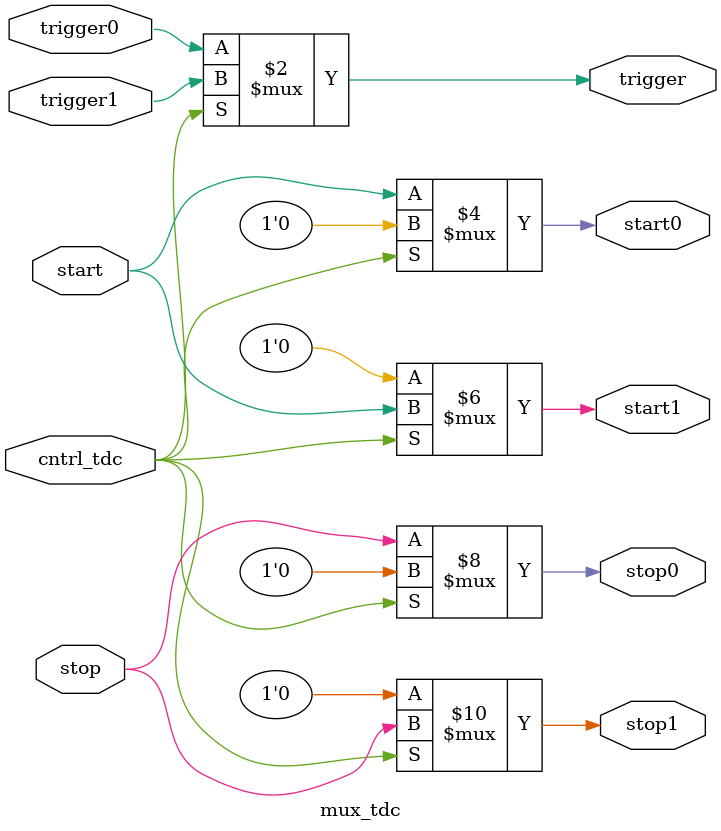
<source format=v>
module mux_tdc (
		trigger0, //tdc_a
		trigger1, //tdc_b
		trigger,
		start0,
		start1,
		start,
		stop0,
		stop1,
		stop,
		cntrl_tdc
	);

// Ports definition
input wire trigger0;
input wire trigger1;
output wire trigger;
output wire start0;
output wire start1;
input wire start;
output wire stop0;
output wire stop1;
input wire stop;
input wire cntrl_tdc;

// Nets and registers definition

// Combinational assignment to multiplaxer the tdc signals
assign trigger = (cntrl_tdc == 1'b0) ? trigger0 : trigger1;
assign start0 = (cntrl_tdc == 1'b0) ? start : 1'b0;
assign start1 = (cntrl_tdc == 1'b0) ? 1'b0 : start;
assign stop0 = (cntrl_tdc == 1'b0) ? stop : 1'b0;
assign stop1 = (cntrl_tdc == 1'b0) ? 1'b0 : stop;
	
endmodule
</source>
